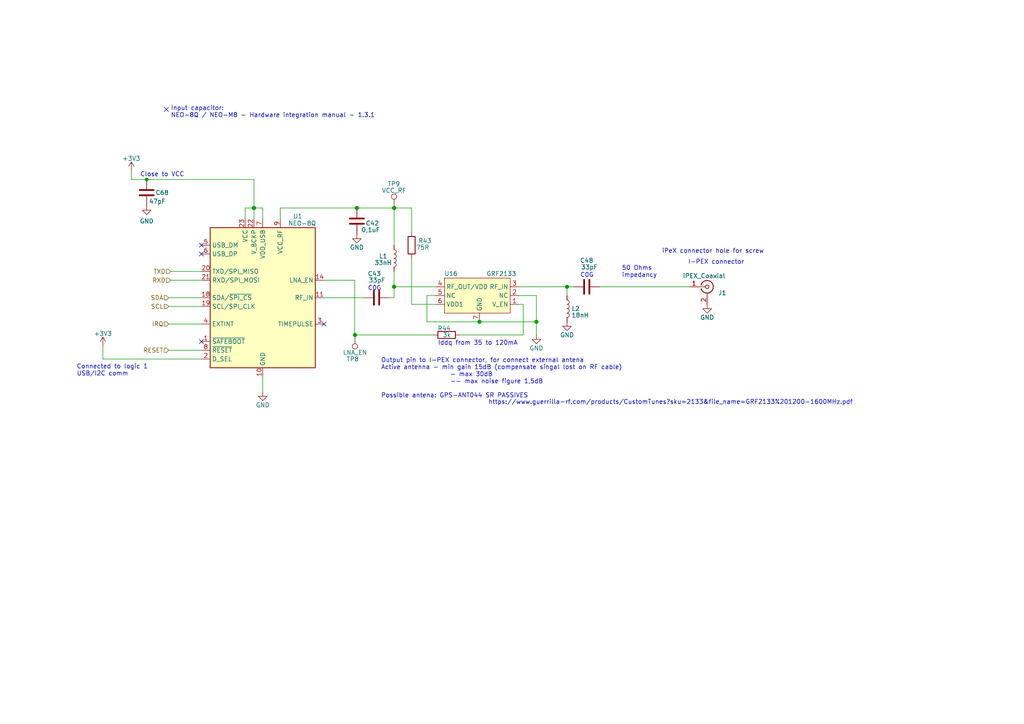
<source format=kicad_sch>
(kicad_sch (version 20211123) (generator eeschema)

  (uuid 8b38e713-2ae3-4571-a0a2-528b1d1f5431)

  (paper "A4")

  (lib_symbols
    (symbol "Connector:Conn_Coaxial" (pin_names (offset 1.016) hide) (in_bom yes) (on_board yes)
      (property "Reference" "J" (id 0) (at 0.254 3.048 0)
        (effects (font (size 1.27 1.27)))
      )
      (property "Value" "Conn_Coaxial" (id 1) (at 2.921 0 90)
        (effects (font (size 1.27 1.27)))
      )
      (property "Footprint" "" (id 2) (at 0 0 0)
        (effects (font (size 1.27 1.27)) hide)
      )
      (property "Datasheet" " ~" (id 3) (at 0 0 0)
        (effects (font (size 1.27 1.27)) hide)
      )
      (property "ki_keywords" "BNC SMA SMB SMC LEMO coaxial connector CINCH RCA" (id 4) (at 0 0 0)
        (effects (font (size 1.27 1.27)) hide)
      )
      (property "ki_description" "coaxial connector (BNC, SMA, SMB, SMC, Cinch/RCA, LEMO, ...)" (id 5) (at 0 0 0)
        (effects (font (size 1.27 1.27)) hide)
      )
      (property "ki_fp_filters" "*BNC* *SMA* *SMB* *SMC* *Cinch* *LEMO*" (id 6) (at 0 0 0)
        (effects (font (size 1.27 1.27)) hide)
      )
      (symbol "Conn_Coaxial_0_1"
        (arc (start -1.778 -0.508) (mid 0.222 -1.808) (end 1.778 0)
          (stroke (width 0.254) (type default) (color 0 0 0 0))
          (fill (type none))
        )
        (polyline
          (pts
            (xy -2.54 0)
            (xy -0.508 0)
          )
          (stroke (width 0) (type default) (color 0 0 0 0))
          (fill (type none))
        )
        (polyline
          (pts
            (xy 0 -2.54)
            (xy 0 -1.778)
          )
          (stroke (width 0) (type default) (color 0 0 0 0))
          (fill (type none))
        )
        (circle (center 0 0) (radius 0.508)
          (stroke (width 0.2032) (type default) (color 0 0 0 0))
          (fill (type none))
        )
        (arc (start 1.778 0) (mid 0.222 1.8083) (end -1.778 0.508)
          (stroke (width 0.254) (type default) (color 0 0 0 0))
          (fill (type none))
        )
      )
      (symbol "Conn_Coaxial_1_1"
        (pin passive line (at -5.08 0 0) (length 2.54)
          (name "In" (effects (font (size 1.27 1.27))))
          (number "1" (effects (font (size 1.27 1.27))))
        )
        (pin passive line (at 0 -5.08 90) (length 2.54)
          (name "Ext" (effects (font (size 1.27 1.27))))
          (number "2" (effects (font (size 1.27 1.27))))
        )
      )
    )
    (symbol "Connector:TestPoint" (pin_numbers hide) (pin_names (offset 0.762) hide) (in_bom yes) (on_board yes)
      (property "Reference" "TP" (id 0) (at 0 6.858 0)
        (effects (font (size 1.27 1.27)))
      )
      (property "Value" "TestPoint" (id 1) (at 0 5.08 0)
        (effects (font (size 1.27 1.27)))
      )
      (property "Footprint" "" (id 2) (at 5.08 0 0)
        (effects (font (size 1.27 1.27)) hide)
      )
      (property "Datasheet" "~" (id 3) (at 5.08 0 0)
        (effects (font (size 1.27 1.27)) hide)
      )
      (property "ki_keywords" "test point tp" (id 4) (at 0 0 0)
        (effects (font (size 1.27 1.27)) hide)
      )
      (property "ki_description" "test point" (id 5) (at 0 0 0)
        (effects (font (size 1.27 1.27)) hide)
      )
      (property "ki_fp_filters" "Pin* Test*" (id 6) (at 0 0 0)
        (effects (font (size 1.27 1.27)) hide)
      )
      (symbol "TestPoint_0_1"
        (circle (center 0 3.302) (radius 0.762)
          (stroke (width 0) (type default) (color 0 0 0 0))
          (fill (type none))
        )
      )
      (symbol "TestPoint_1_1"
        (pin passive line (at 0 0 90) (length 2.54)
          (name "1" (effects (font (size 1.27 1.27))))
          (number "1" (effects (font (size 1.27 1.27))))
        )
      )
    )
    (symbol "Device:C" (pin_numbers hide) (pin_names (offset 0.254)) (in_bom yes) (on_board yes)
      (property "Reference" "C" (id 0) (at 0.635 2.54 0)
        (effects (font (size 1.27 1.27)) (justify left))
      )
      (property "Value" "C" (id 1) (at 0.635 -2.54 0)
        (effects (font (size 1.27 1.27)) (justify left))
      )
      (property "Footprint" "" (id 2) (at 0.9652 -3.81 0)
        (effects (font (size 1.27 1.27)) hide)
      )
      (property "Datasheet" "~" (id 3) (at 0 0 0)
        (effects (font (size 1.27 1.27)) hide)
      )
      (property "ki_keywords" "cap capacitor" (id 4) (at 0 0 0)
        (effects (font (size 1.27 1.27)) hide)
      )
      (property "ki_description" "Unpolarized capacitor" (id 5) (at 0 0 0)
        (effects (font (size 1.27 1.27)) hide)
      )
      (property "ki_fp_filters" "C_*" (id 6) (at 0 0 0)
        (effects (font (size 1.27 1.27)) hide)
      )
      (symbol "C_0_1"
        (polyline
          (pts
            (xy -2.032 -0.762)
            (xy 2.032 -0.762)
          )
          (stroke (width 0.508) (type default) (color 0 0 0 0))
          (fill (type none))
        )
        (polyline
          (pts
            (xy -2.032 0.762)
            (xy 2.032 0.762)
          )
          (stroke (width 0.508) (type default) (color 0 0 0 0))
          (fill (type none))
        )
      )
      (symbol "C_1_1"
        (pin passive line (at 0 3.81 270) (length 2.794)
          (name "~" (effects (font (size 1.27 1.27))))
          (number "1" (effects (font (size 1.27 1.27))))
        )
        (pin passive line (at 0 -3.81 90) (length 2.794)
          (name "~" (effects (font (size 1.27 1.27))))
          (number "2" (effects (font (size 1.27 1.27))))
        )
      )
    )
    (symbol "Device:L" (pin_numbers hide) (pin_names (offset 1.016) hide) (in_bom yes) (on_board yes)
      (property "Reference" "L" (id 0) (at -1.27 0 90)
        (effects (font (size 1.27 1.27)))
      )
      (property "Value" "L" (id 1) (at 1.905 0 90)
        (effects (font (size 1.27 1.27)))
      )
      (property "Footprint" "" (id 2) (at 0 0 0)
        (effects (font (size 1.27 1.27)) hide)
      )
      (property "Datasheet" "~" (id 3) (at 0 0 0)
        (effects (font (size 1.27 1.27)) hide)
      )
      (property "ki_keywords" "inductor choke coil reactor magnetic" (id 4) (at 0 0 0)
        (effects (font (size 1.27 1.27)) hide)
      )
      (property "ki_description" "Inductor" (id 5) (at 0 0 0)
        (effects (font (size 1.27 1.27)) hide)
      )
      (property "ki_fp_filters" "Choke_* *Coil* Inductor_* L_*" (id 6) (at 0 0 0)
        (effects (font (size 1.27 1.27)) hide)
      )
      (symbol "L_0_1"
        (arc (start 0 -2.54) (mid 0.635 -1.905) (end 0 -1.27)
          (stroke (width 0) (type default) (color 0 0 0 0))
          (fill (type none))
        )
        (arc (start 0 -1.27) (mid 0.635 -0.635) (end 0 0)
          (stroke (width 0) (type default) (color 0 0 0 0))
          (fill (type none))
        )
        (arc (start 0 0) (mid 0.635 0.635) (end 0 1.27)
          (stroke (width 0) (type default) (color 0 0 0 0))
          (fill (type none))
        )
        (arc (start 0 1.27) (mid 0.635 1.905) (end 0 2.54)
          (stroke (width 0) (type default) (color 0 0 0 0))
          (fill (type none))
        )
      )
      (symbol "L_1_1"
        (pin passive line (at 0 3.81 270) (length 1.27)
          (name "1" (effects (font (size 1.27 1.27))))
          (number "1" (effects (font (size 1.27 1.27))))
        )
        (pin passive line (at 0 -3.81 90) (length 1.27)
          (name "2" (effects (font (size 1.27 1.27))))
          (number "2" (effects (font (size 1.27 1.27))))
        )
      )
    )
    (symbol "Device:R" (pin_numbers hide) (pin_names (offset 0)) (in_bom yes) (on_board yes)
      (property "Reference" "R" (id 0) (at 2.032 0 90)
        (effects (font (size 1.27 1.27)))
      )
      (property "Value" "R" (id 1) (at 0 0 90)
        (effects (font (size 1.27 1.27)))
      )
      (property "Footprint" "" (id 2) (at -1.778 0 90)
        (effects (font (size 1.27 1.27)) hide)
      )
      (property "Datasheet" "~" (id 3) (at 0 0 0)
        (effects (font (size 1.27 1.27)) hide)
      )
      (property "ki_keywords" "R res resistor" (id 4) (at 0 0 0)
        (effects (font (size 1.27 1.27)) hide)
      )
      (property "ki_description" "Resistor" (id 5) (at 0 0 0)
        (effects (font (size 1.27 1.27)) hide)
      )
      (property "ki_fp_filters" "R_*" (id 6) (at 0 0 0)
        (effects (font (size 1.27 1.27)) hide)
      )
      (symbol "R_0_1"
        (rectangle (start -1.016 -2.54) (end 1.016 2.54)
          (stroke (width 0.254) (type default) (color 0 0 0 0))
          (fill (type none))
        )
      )
      (symbol "R_1_1"
        (pin passive line (at 0 3.81 270) (length 1.27)
          (name "~" (effects (font (size 1.27 1.27))))
          (number "1" (effects (font (size 1.27 1.27))))
        )
        (pin passive line (at 0 -3.81 90) (length 1.27)
          (name "~" (effects (font (size 1.27 1.27))))
          (number "2" (effects (font (size 1.27 1.27))))
        )
      )
    )
    (symbol "RF_GPS:NEO-8Q" (in_bom yes) (on_board yes)
      (property "Reference" "U" (id 0) (at -13.97 21.59 0)
        (effects (font (size 1.27 1.27)))
      )
      (property "Value" "NEO-8Q" (id 1) (at 11.43 21.59 0)
        (effects (font (size 1.27 1.27)))
      )
      (property "Footprint" "RF_GPS:ublox_NEO" (id 2) (at 10.16 -21.59 0)
        (effects (font (size 1.27 1.27)) hide)
      )
      (property "Datasheet" "https://www.u-blox.com/sites/default/files/NEO-8Q_DataSheet_%28UBX-15031913%29.pdf" (id 3) (at 0 0 0)
        (effects (font (size 1.27 1.27)) hide)
      )
      (property "ki_keywords" "ublox GPS GNSS module" (id 4) (at 0 0 0)
        (effects (font (size 1.27 1.27)) hide)
      )
      (property "ki_description" "GNSS Module NEO 8, VCC 1.65V to 3.6V" (id 5) (at 0 0 0)
        (effects (font (size 1.27 1.27)) hide)
      )
      (property "ki_fp_filters" "ublox*NEO*" (id 6) (at 0 0 0)
        (effects (font (size 1.27 1.27)) hide)
      )
      (symbol "NEO-8Q_0_1"
        (rectangle (start -15.24 20.32) (end 15.24 -20.32)
          (stroke (width 0.254) (type default) (color 0 0 0 0))
          (fill (type background))
        )
      )
      (symbol "NEO-8Q_1_1"
        (pin input line (at -17.78 -12.7 0) (length 2.54)
          (name "~{SAFEBOOT}" (effects (font (size 1.27 1.27))))
          (number "1" (effects (font (size 1.27 1.27))))
        )
        (pin power_in line (at 0 -22.86 90) (length 2.54)
          (name "GND" (effects (font (size 1.27 1.27))))
          (number "10" (effects (font (size 1.27 1.27))))
        )
        (pin input line (at 17.78 0 180) (length 2.54)
          (name "RF_IN" (effects (font (size 1.27 1.27))))
          (number "11" (effects (font (size 1.27 1.27))))
        )
        (pin passive line (at 0 -22.86 90) (length 2.54) hide
          (name "GND" (effects (font (size 1.27 1.27))))
          (number "12" (effects (font (size 1.27 1.27))))
        )
        (pin passive line (at 0 -22.86 90) (length 2.54) hide
          (name "GND" (effects (font (size 1.27 1.27))))
          (number "13" (effects (font (size 1.27 1.27))))
        )
        (pin output line (at 17.78 5.08 180) (length 2.54)
          (name "LNA_EN" (effects (font (size 1.27 1.27))))
          (number "14" (effects (font (size 1.27 1.27))))
        )
        (pin no_connect line (at 15.24 -10.16 180) (length 2.54) hide
          (name "RESERVED" (effects (font (size 1.27 1.27))))
          (number "15" (effects (font (size 1.27 1.27))))
        )
        (pin no_connect line (at 15.24 -12.7 180) (length 2.54) hide
          (name "RESERVED" (effects (font (size 1.27 1.27))))
          (number "16" (effects (font (size 1.27 1.27))))
        )
        (pin no_connect line (at 15.24 -15.24 180) (length 2.54) hide
          (name "RESERVED" (effects (font (size 1.27 1.27))))
          (number "17" (effects (font (size 1.27 1.27))))
        )
        (pin bidirectional line (at -17.78 0 0) (length 2.54)
          (name "SDA/~{SPI_CS}" (effects (font (size 1.27 1.27))))
          (number "18" (effects (font (size 1.27 1.27))))
        )
        (pin input line (at -17.78 -2.54 0) (length 2.54)
          (name "SCL/SPI_CLK" (effects (font (size 1.27 1.27))))
          (number "19" (effects (font (size 1.27 1.27))))
        )
        (pin input line (at -17.78 -17.78 0) (length 2.54)
          (name "D_SEL" (effects (font (size 1.27 1.27))))
          (number "2" (effects (font (size 1.27 1.27))))
        )
        (pin output line (at -17.78 7.62 0) (length 2.54)
          (name "TXD/SPI_MISO" (effects (font (size 1.27 1.27))))
          (number "20" (effects (font (size 1.27 1.27))))
        )
        (pin input line (at -17.78 5.08 0) (length 2.54)
          (name "RXD/SPI_MOSI" (effects (font (size 1.27 1.27))))
          (number "21" (effects (font (size 1.27 1.27))))
        )
        (pin power_in line (at -2.54 22.86 270) (length 2.54)
          (name "V_BCKP" (effects (font (size 1.27 1.27))))
          (number "22" (effects (font (size 1.27 1.27))))
        )
        (pin power_in line (at -5.08 22.86 270) (length 2.54)
          (name "VCC" (effects (font (size 1.27 1.27))))
          (number "23" (effects (font (size 1.27 1.27))))
        )
        (pin passive line (at 0 -22.86 90) (length 2.54) hide
          (name "GND" (effects (font (size 1.27 1.27))))
          (number "24" (effects (font (size 1.27 1.27))))
        )
        (pin output line (at 17.78 -7.62 180) (length 2.54)
          (name "TIMEPULSE" (effects (font (size 1.27 1.27))))
          (number "3" (effects (font (size 1.27 1.27))))
        )
        (pin input line (at -17.78 -7.62 0) (length 2.54)
          (name "EXTINT" (effects (font (size 1.27 1.27))))
          (number "4" (effects (font (size 1.27 1.27))))
        )
        (pin bidirectional line (at -17.78 15.24 0) (length 2.54)
          (name "USB_DM" (effects (font (size 1.27 1.27))))
          (number "5" (effects (font (size 1.27 1.27))))
        )
        (pin bidirectional line (at -17.78 12.7 0) (length 2.54)
          (name "USB_DP" (effects (font (size 1.27 1.27))))
          (number "6" (effects (font (size 1.27 1.27))))
        )
        (pin power_in line (at 0 22.86 270) (length 2.54)
          (name "VDD_USB" (effects (font (size 1.27 1.27))))
          (number "7" (effects (font (size 1.27 1.27))))
        )
        (pin input line (at -17.78 -15.24 0) (length 2.54)
          (name "~{RESET}" (effects (font (size 1.27 1.27))))
          (number "8" (effects (font (size 1.27 1.27))))
        )
        (pin power_out line (at 5.08 22.86 270) (length 2.54)
          (name "VCC_RF" (effects (font (size 1.27 1.27))))
          (number "9" (effects (font (size 1.27 1.27))))
        )
      )
    )
    (symbol "comm:GRF2133" (in_bom yes) (on_board yes)
      (property "Reference" "U" (id 0) (at 0 2.54 0)
        (effects (font (size 1.27 1.27)))
      )
      (property "Value" "GRF2133" (id 1) (at 0 0 0)
        (effects (font (size 1.27 1.27)))
      )
      (property "Footprint" "" (id 2) (at -5.08 1.27 0)
        (effects (font (size 1.27 1.27)) hide)
      )
      (property "Datasheet" "" (id 3) (at -5.08 1.27 0)
        (effects (font (size 1.27 1.27)) hide)
      )
      (symbol "GRF2133_0_1"
        (rectangle (start -10.16 -1.27) (end 8.89 -11.43)
          (stroke (width 0.1524) (type default) (color 0 0 0 0))
          (fill (type background))
        )
      )
      (symbol "GRF2133_1_1"
        (pin input line (at 11.43 -8.89 180) (length 2.54)
          (name "V_EN" (effects (font (size 1.27 1.27))))
          (number "1" (effects (font (size 1.27 1.27))))
        )
        (pin input line (at 11.43 -6.35 180) (length 2.54)
          (name "NC" (effects (font (size 1.27 1.27))))
          (number "2" (effects (font (size 1.27 1.27))))
        )
        (pin input line (at 11.43 -3.81 180) (length 2.54)
          (name "RF_IN" (effects (font (size 1.27 1.27))))
          (number "3" (effects (font (size 1.27 1.27))))
        )
        (pin input line (at -12.7 -3.81 0) (length 2.54)
          (name "RF_OUT/VDD" (effects (font (size 1.27 1.27))))
          (number "4" (effects (font (size 1.27 1.27))))
        )
        (pin input line (at -12.7 -6.35 0) (length 2.54)
          (name "NC" (effects (font (size 1.27 1.27))))
          (number "5" (effects (font (size 1.27 1.27))))
        )
        (pin input line (at -12.7 -8.89 0) (length 2.54)
          (name "VDD1" (effects (font (size 1.27 1.27))))
          (number "6" (effects (font (size 1.27 1.27))))
        )
        (pin input line (at 0 -13.97 90) (length 2.54)
          (name "GND" (effects (font (size 1.27 1.27))))
          (number "7" (effects (font (size 1.27 1.27))))
        )
      )
    )
    (symbol "power:+3V3" (power) (pin_names (offset 0)) (in_bom yes) (on_board yes)
      (property "Reference" "#PWR" (id 0) (at 0 -3.81 0)
        (effects (font (size 1.27 1.27)) hide)
      )
      (property "Value" "+3V3" (id 1) (at 0 3.556 0)
        (effects (font (size 1.27 1.27)))
      )
      (property "Footprint" "" (id 2) (at 0 0 0)
        (effects (font (size 1.27 1.27)) hide)
      )
      (property "Datasheet" "" (id 3) (at 0 0 0)
        (effects (font (size 1.27 1.27)) hide)
      )
      (property "ki_keywords" "power-flag" (id 4) (at 0 0 0)
        (effects (font (size 1.27 1.27)) hide)
      )
      (property "ki_description" "Power symbol creates a global label with name \"+3V3\"" (id 5) (at 0 0 0)
        (effects (font (size 1.27 1.27)) hide)
      )
      (symbol "+3V3_0_1"
        (polyline
          (pts
            (xy -0.762 1.27)
            (xy 0 2.54)
          )
          (stroke (width 0) (type default) (color 0 0 0 0))
          (fill (type none))
        )
        (polyline
          (pts
            (xy 0 0)
            (xy 0 2.54)
          )
          (stroke (width 0) (type default) (color 0 0 0 0))
          (fill (type none))
        )
        (polyline
          (pts
            (xy 0 2.54)
            (xy 0.762 1.27)
          )
          (stroke (width 0) (type default) (color 0 0 0 0))
          (fill (type none))
        )
      )
      (symbol "+3V3_1_1"
        (pin power_in line (at 0 0 90) (length 0) hide
          (name "+3V3" (effects (font (size 1.27 1.27))))
          (number "1" (effects (font (size 1.27 1.27))))
        )
      )
    )
    (symbol "power:GND" (power) (pin_names (offset 0)) (in_bom yes) (on_board yes)
      (property "Reference" "#PWR" (id 0) (at 0 -6.35 0)
        (effects (font (size 1.27 1.27)) hide)
      )
      (property "Value" "GND" (id 1) (at 0 -3.81 0)
        (effects (font (size 1.27 1.27)))
      )
      (property "Footprint" "" (id 2) (at 0 0 0)
        (effects (font (size 1.27 1.27)) hide)
      )
      (property "Datasheet" "" (id 3) (at 0 0 0)
        (effects (font (size 1.27 1.27)) hide)
      )
      (property "ki_keywords" "power-flag" (id 4) (at 0 0 0)
        (effects (font (size 1.27 1.27)) hide)
      )
      (property "ki_description" "Power symbol creates a global label with name \"GND\" , ground" (id 5) (at 0 0 0)
        (effects (font (size 1.27 1.27)) hide)
      )
      (symbol "GND_0_1"
        (polyline
          (pts
            (xy 0 0)
            (xy 0 -1.27)
            (xy 1.27 -1.27)
            (xy 0 -2.54)
            (xy -1.27 -1.27)
            (xy 0 -1.27)
          )
          (stroke (width 0) (type default) (color 0 0 0 0))
          (fill (type none))
        )
      )
      (symbol "GND_1_1"
        (pin power_in line (at 0 0 270) (length 0) hide
          (name "GND" (effects (font (size 1.27 1.27))))
          (number "1" (effects (font (size 1.27 1.27))))
        )
      )
    )
  )

  (junction (at 155.575 93.345) (diameter 1.016) (color 0 0 0 0)
    (uuid 0520f61d-4522-4301-a3fa-8ed0bf060f69)
  )
  (junction (at 42.545 52.07) (diameter 0) (color 0 0 0 0)
    (uuid 0b9b133b-b5fe-490e-8b39-775963926a93)
  )
  (junction (at 103.505 60.325) (diameter 1.016) (color 0 0 0 0)
    (uuid 143ed874-a01f-4ced-ba4e-bbb66ddd1f70)
  )
  (junction (at 139.065 93.345) (diameter 1.016) (color 0 0 0 0)
    (uuid 411d4270-c66c-4318-b7fb-1470d34862b8)
  )
  (junction (at 102.9601 97.155) (diameter 1.016) (color 0 0 0 0)
    (uuid 71f92193-19b0-44ed-bc7f-77535083d769)
  )
  (junction (at 114.3 60.325) (diameter 1.016) (color 0 0 0 0)
    (uuid 795e68e2-c9ba-45cf-9bff-89b8fae05b5a)
  )
  (junction (at 114.3 83.185) (diameter 1.016) (color 0 0 0 0)
    (uuid 8fcec304-c6b1-4655-8326-beacd0476953)
  )
  (junction (at 164.465 83.185) (diameter 1.016) (color 0 0 0 0)
    (uuid c8b92953-cd23-44e6-85ce-083fb8c3f20f)
  )
  (junction (at 73.66 60.325) (diameter 1.016) (color 0 0 0 0)
    (uuid fd3499d5-6fd2-49a4-bdb0-109cee899fde)
  )

  (no_connect (at 48.26 31.75) (uuid 278404e7-6b39-4036-b69f-2f2a299ca7d0))
  (no_connect (at 58.42 99.06) (uuid 4009b76d-4e12-41c2-8abc-3c909f129ef1))
  (no_connect (at 93.98 93.98) (uuid 640c81af-5b52-4930-825d-dea52c971932))
  (no_connect (at 58.42 71.12) (uuid 85201180-d2ed-4b0d-81b0-9e79da370ca6))
  (no_connect (at 58.42 73.66) (uuid 85201180-d2ed-4b0d-81b0-9e79da370ca7))

  (wire (pts (xy 150.495 83.185) (xy 164.465 83.185))
    (stroke (width 0) (type solid) (color 0 0 0 0))
    (uuid 01be50a9-1c3a-4f58-b3cc-a877c48e9664)
  )
  (wire (pts (xy 164.465 83.185) (xy 164.465 85.725))
    (stroke (width 0) (type solid) (color 0 0 0 0))
    (uuid 01be50a9-1c3a-4f58-b3cc-a877c48e9665)
  )
  (wire (pts (xy 29.845 100.33) (xy 29.845 104.14))
    (stroke (width 0) (type solid) (color 0 0 0 0))
    (uuid 09e322ad-5f43-4b76-8f66-ce95369f2a6e)
  )
  (wire (pts (xy 48.895 101.6) (xy 58.42 101.6))
    (stroke (width 0) (type solid) (color 0 0 0 0))
    (uuid 0d1c9ec4-0f70-4131-a0ee-a4f1f87d74f6)
  )
  (wire (pts (xy 76.2 109.22) (xy 76.2 113.665))
    (stroke (width 0) (type solid) (color 0 0 0 0))
    (uuid 109800b1-b5e0-4743-8d22-e246de803e33)
  )
  (wire (pts (xy 119.38 74.93) (xy 119.38 88.265))
    (stroke (width 0) (type solid) (color 0 0 0 0))
    (uuid 1767bbb8-fc31-4c9d-9912-9e04fa030345)
  )
  (wire (pts (xy 119.38 67.31) (xy 119.38 60.325))
    (stroke (width 0) (type solid) (color 0 0 0 0))
    (uuid 257e144c-abfa-4265-94a8-588250914cf1)
  )
  (wire (pts (xy 126.365 85.725) (xy 123.825 85.725))
    (stroke (width 0) (type solid) (color 0 0 0 0))
    (uuid 27abbe3a-0c28-45c9-a944-7532695fb377)
  )
  (wire (pts (xy 93.98 86.36) (xy 105.41 86.36))
    (stroke (width 0) (type solid) (color 0 0 0 0))
    (uuid 31c7be3c-5051-449e-ac03-f8e8d9bce0e4)
  )
  (wire (pts (xy 102.87 97.155) (xy 102.9601 97.155))
    (stroke (width 0) (type solid) (color 0 0 0 0))
    (uuid 3784599c-c4b1-4b8d-af53-1e1ff580c87c)
  )
  (wire (pts (xy 102.9601 97.155) (xy 125.73 97.155))
    (stroke (width 0) (type solid) (color 0 0 0 0))
    (uuid 3784599c-c4b1-4b8d-af53-1e1ff580c87d)
  )
  (wire (pts (xy 48.895 88.9) (xy 58.42 88.9))
    (stroke (width 0) (type solid) (color 0 0 0 0))
    (uuid 4084926f-4258-4973-ad0e-0c5c93e18a30)
  )
  (wire (pts (xy 114.3 78.74) (xy 114.3 83.185))
    (stroke (width 0) (type solid) (color 0 0 0 0))
    (uuid 4746896d-066b-40b2-8f53-52e34fb2a171)
  )
  (wire (pts (xy 48.895 86.36) (xy 58.42 86.36))
    (stroke (width 0) (type solid) (color 0 0 0 0))
    (uuid 5251a5b4-b539-4b4e-b018-161b8beafed2)
  )
  (wire (pts (xy 123.825 85.725) (xy 123.825 93.345))
    (stroke (width 0) (type solid) (color 0 0 0 0))
    (uuid 5d983481-0c8c-4bbb-b76b-26a71bf74766)
  )
  (wire (pts (xy 123.825 93.345) (xy 139.065 93.345))
    (stroke (width 0) (type solid) (color 0 0 0 0))
    (uuid 5d983481-0c8c-4bbb-b76b-26a71bf74767)
  )
  (wire (pts (xy 139.065 93.345) (xy 155.575 93.345))
    (stroke (width 0) (type solid) (color 0 0 0 0))
    (uuid 5d983481-0c8c-4bbb-b76b-26a71bf74768)
  )
  (wire (pts (xy 173.99 83.185) (xy 200.025 83.185))
    (stroke (width 0) (type solid) (color 0 0 0 0))
    (uuid 62c67aba-53d3-47a5-9e95-9ec6c9bd78e8)
  )
  (wire (pts (xy 114.3 60.325) (xy 114.3 71.12))
    (stroke (width 0) (type solid) (color 0 0 0 0))
    (uuid 8573afa9-ec3e-44a5-b84b-5883f3cdbf79)
  )
  (wire (pts (xy 48.895 93.98) (xy 58.42 93.98))
    (stroke (width 0) (type solid) (color 0 0 0 0))
    (uuid 8858a9fe-8549-4ef9-88bb-49db4bff91ef)
  )
  (wire (pts (xy 29.845 104.14) (xy 58.42 104.14))
    (stroke (width 0) (type solid) (color 0 0 0 0))
    (uuid 8b91a71a-a3ba-4252-b2f5-9f4031caa8c6)
  )
  (wire (pts (xy 164.465 83.185) (xy 166.37 83.185))
    (stroke (width 0) (type solid) (color 0 0 0 0))
    (uuid 91757bfe-b2bf-4bbd-8dd3-9be1d9fa33f6)
  )
  (wire (pts (xy 133.35 97.155) (xy 151.765 97.155))
    (stroke (width 0) (type solid) (color 0 0 0 0))
    (uuid 9627691b-ef9d-4979-b816-86baf4bc8a68)
  )
  (wire (pts (xy 113.03 86.36) (xy 114.3 86.36))
    (stroke (width 0) (type solid) (color 0 0 0 0))
    (uuid 9e37724f-2172-4f41-9df5-c1cdbf10847a)
  )
  (wire (pts (xy 114.3 83.185) (xy 126.365 83.185))
    (stroke (width 0) (type solid) (color 0 0 0 0))
    (uuid 9e37724f-2172-4f41-9df5-c1cdbf10847b)
  )
  (wire (pts (xy 114.3 86.36) (xy 114.3 83.185))
    (stroke (width 0) (type solid) (color 0 0 0 0))
    (uuid 9e37724f-2172-4f41-9df5-c1cdbf10847c)
  )
  (wire (pts (xy 76.2 60.325) (xy 73.66 60.325))
    (stroke (width 0) (type solid) (color 0 0 0 0))
    (uuid a02bd23e-7b47-4517-b433-4fae3ea5cf01)
  )
  (wire (pts (xy 76.2 63.5) (xy 76.2 60.325))
    (stroke (width 0) (type solid) (color 0 0 0 0))
    (uuid a02bd23e-7b47-4517-b433-4fae3ea5cf02)
  )
  (wire (pts (xy 93.98 81.28) (xy 102.87 81.28))
    (stroke (width 0) (type solid) (color 0 0 0 0))
    (uuid a68ab12f-21ab-4b98-8655-04c3a521afcb)
  )
  (wire (pts (xy 102.87 81.28) (xy 102.87 97.155))
    (stroke (width 0) (type solid) (color 0 0 0 0))
    (uuid a68ab12f-21ab-4b98-8655-04c3a521afcc)
  )
  (wire (pts (xy 73.66 52.07) (xy 73.66 60.325))
    (stroke (width 0) (type solid) (color 0 0 0 0))
    (uuid abc7dc28-f731-46e5-a7aa-6dd6f932bdf5)
  )
  (wire (pts (xy 150.495 85.725) (xy 155.575 85.725))
    (stroke (width 0) (type solid) (color 0 0 0 0))
    (uuid ac64c30b-286e-44ae-9150-827dae77a52f)
  )
  (wire (pts (xy 155.575 85.725) (xy 155.575 93.345))
    (stroke (width 0) (type solid) (color 0 0 0 0))
    (uuid ac64c30b-286e-44ae-9150-827dae77a530)
  )
  (wire (pts (xy 155.575 93.345) (xy 155.575 97.155))
    (stroke (width 0) (type solid) (color 0 0 0 0))
    (uuid ac64c30b-286e-44ae-9150-827dae77a531)
  )
  (wire (pts (xy 49.53 81.28) (xy 58.42 81.28))
    (stroke (width 0) (type solid) (color 0 0 0 0))
    (uuid ba04f105-0e60-4ac9-bff5-6cb4b45bffa4)
  )
  (wire (pts (xy 150.495 88.265) (xy 151.765 88.265))
    (stroke (width 0) (type solid) (color 0 0 0 0))
    (uuid ba4fc2a8-2822-4df7-a7ea-e7ad6dd111f8)
  )
  (wire (pts (xy 151.765 88.265) (xy 151.765 97.155))
    (stroke (width 0) (type solid) (color 0 0 0 0))
    (uuid ba4fc2a8-2822-4df7-a7ea-e7ad6dd111f9)
  )
  (wire (pts (xy 73.66 60.325) (xy 73.66 63.5))
    (stroke (width 0) (type solid) (color 0 0 0 0))
    (uuid bbf7da76-e33f-43b1-9a67-7043aa182473)
  )
  (wire (pts (xy 38.1 49.53) (xy 38.1 52.07))
    (stroke (width 0) (type default) (color 0 0 0 0))
    (uuid c47f7d0d-e998-4cf3-8722-c71d314eb685)
  )
  (wire (pts (xy 49.53 78.74) (xy 58.42 78.74))
    (stroke (width 0) (type solid) (color 0 0 0 0))
    (uuid c9b79fc2-7829-436d-bcdd-8c484f9f29bb)
  )
  (wire (pts (xy 119.38 88.265) (xy 126.365 88.265))
    (stroke (width 0) (type solid) (color 0 0 0 0))
    (uuid cf8f39ac-6300-4a6f-9d7a-9535d28f4f59)
  )
  (wire (pts (xy 38.1 52.07) (xy 42.545 52.07))
    (stroke (width 0) (type default) (color 0 0 0 0))
    (uuid def5a47c-8928-4cf7-9fa2-ceab2b7817a6)
  )
  (wire (pts (xy 42.545 52.07) (xy 73.66 52.07))
    (stroke (width 0) (type default) (color 0 0 0 0))
    (uuid e2ea097b-b9a0-46aa-8521-578a7c0b572c)
  )
  (wire (pts (xy 81.28 60.325) (xy 103.505 60.325))
    (stroke (width 0) (type solid) (color 0 0 0 0))
    (uuid f20eeacf-abb7-434a-a24f-b7aac6ea2903)
  )
  (wire (pts (xy 81.28 63.5) (xy 81.28 60.325))
    (stroke (width 0) (type solid) (color 0 0 0 0))
    (uuid f20eeacf-abb7-434a-a24f-b7aac6ea2904)
  )
  (wire (pts (xy 103.505 60.325) (xy 114.3 60.325))
    (stroke (width 0) (type solid) (color 0 0 0 0))
    (uuid f20eeacf-abb7-434a-a24f-b7aac6ea2905)
  )
  (wire (pts (xy 114.3 60.325) (xy 119.38 60.325))
    (stroke (width 0) (type solid) (color 0 0 0 0))
    (uuid f20eeacf-abb7-434a-a24f-b7aac6ea2906)
  )
  (wire (pts (xy 71.12 60.325) (xy 73.66 60.325))
    (stroke (width 0) (type solid) (color 0 0 0 0))
    (uuid fccd4a8f-3137-4bb9-8889-b2aa4118e340)
  )
  (wire (pts (xy 71.12 63.5) (xy 71.12 60.325))
    (stroke (width 0) (type solid) (color 0 0 0 0))
    (uuid fccd4a8f-3137-4bb9-8889-b2aa4118e341)
  )

  (text "C0G" (at 168.275 80.645 0)
    (effects (font (size 1.27 1.27)) (justify left bottom))
    (uuid 1c9d9621-d4fa-4f02-9cc1-7cdc463d54a9)
  )
  (text "Input capacitor:\nNEO-8Q / NEO-M8 - Hardware integration manual - 1.3.1"
    (at 49.53 34.29 0)
    (effects (font (size 1.27 1.27)) (justify left bottom))
    (uuid 5bd44484-613f-49f6-87d1-1db66919d72f)
  )
  (text "Close to VCC\n" (at 40.64 51.435 0)
    (effects (font (size 1.27 1.27)) (justify left bottom))
    (uuid 64be834d-bdda-477a-95fc-3f098592acb4)
  )
  (text "C0G" (at 106.68 84.455 0)
    (effects (font (size 1.27 1.27)) (justify left bottom))
    (uuid 67889be4-7baf-49df-bff8-2abd4cf5c75e)
  )
  (text "50 Ohms\nimpedancy\n" (at 180.34 80.645 0)
    (effects (font (size 1.27 1.27)) (justify left bottom))
    (uuid 861e6205-addf-4fa2-831f-5de3069d0f43)
  )
  (text "Iddq from 35 to 120mA" (at 127 100.33 0)
    (effects (font (size 1.27 1.27)) (justify left bottom))
    (uuid a085bfcb-e4e0-4cb6-9424-1b40a095a96a)
  )
  (text "I-PEX connector\n" (at 215.9 76.835 180)
    (effects (font (size 1.27 1.27)) (justify right bottom))
    (uuid a5e6a0c1-6542-486e-95ed-3b8d5ede2b07)
  )
  (text "Output pin to I-PEX connector, for connect external antena\nActive antenna - min gain 15dB (compensate singal lost on RF cable)\n				- max 30dB\n				-- max noise figure 1,5dB\n\nPossible antena: GPS-ANT044 SR PASSIVES\n"
    (at 110.49 115.57 0)
    (effects (font (size 1.27 1.27)) (justify left bottom))
    (uuid b3c80aaa-750a-42e8-8e77-42bbb6cef22c)
  )
  (text "https://www.guerrilla-rf.com/products/CustomTunes?sku=2133&file_name=GRF2133%201200-1600MHz.pdf"
    (at 141.605 117.475 0)
    (effects (font (size 1.27 1.27)) (justify left bottom))
    (uuid c1db7845-d2a2-4cae-8064-07df05a18d2b)
  )
  (text "iPeX connector hole for screw\n" (at 221.615 73.66 180)
    (effects (font (size 1.27 1.27)) (justify right bottom))
    (uuid c3180c14-d933-43a4-a189-4f33bcc287c2)
  )
  (text "Connected to logic 1 \nUSB/I2C comm\n" (at 22.225 109.22 0)
    (effects (font (size 1.27 1.27)) (justify left bottom))
    (uuid cdf36631-0b51-4d27-94ca-d6a112c60208)
  )

  (hierarchical_label "SCL" (shape input) (at 48.895 88.9 180)
    (effects (font (size 1.27 1.27)) (justify right))
    (uuid 0038fc9c-adb7-480f-a3b0-d335966c7de8)
  )
  (hierarchical_label "SDA" (shape input) (at 48.895 86.36 180)
    (effects (font (size 1.27 1.27)) (justify right))
    (uuid 28288a5a-c749-4593-bff9-9b21e95e73dd)
  )
  (hierarchical_label "TXD" (shape input) (at 49.53 78.74 180)
    (effects (font (size 1.27 1.27)) (justify right))
    (uuid 77325409-927e-4816-8b14-d0d27926febb)
  )
  (hierarchical_label "IRQ" (shape input) (at 48.895 93.98 180)
    (effects (font (size 1.27 1.27)) (justify right))
    (uuid 9e5a965b-eb8a-46fb-8cc3-3c71df006882)
  )
  (hierarchical_label "RESET" (shape input) (at 48.895 101.6 180)
    (effects (font (size 1.27 1.27)) (justify right))
    (uuid c6baae81-9c26-4ac1-9a81-4d33222cc3bf)
  )
  (hierarchical_label "RXD" (shape input) (at 49.53 81.28 180)
    (effects (font (size 1.27 1.27)) (justify right))
    (uuid f59b0ec7-475f-495d-84b5-c74c61d7d053)
  )

  (symbol (lib_id "power:+3V3") (at 29.845 100.33 0) (unit 1)
    (in_bom yes) (on_board yes)
    (uuid 05ae919a-077d-4ffb-832c-e1f8a90810f5)
    (property "Reference" "#PWR0136" (id 0) (at 29.845 104.14 0)
      (effects (font (size 1.27 1.27)) hide)
    )
    (property "Value" "+3V3" (id 1) (at 29.845 96.774 0))
    (property "Footprint" "" (id 2) (at 29.845 100.33 0)
      (effects (font (size 1.27 1.27)) hide)
    )
    (property "Datasheet" "" (id 3) (at 29.845 100.33 0)
      (effects (font (size 1.27 1.27)) hide)
    )
    (pin "1" (uuid 83b76a64-d33f-4b92-8ebe-94085b063eff))
  )

  (symbol (lib_id "power:GND") (at 103.505 67.945 0) (unit 1)
    (in_bom yes) (on_board yes) (fields_autoplaced)
    (uuid 093298b7-f365-4672-b9bd-53db1775a9c1)
    (property "Reference" "#PWR0151" (id 0) (at 103.505 74.295 0)
      (effects (font (size 1.27 1.27)) hide)
    )
    (property "Value" "GND" (id 1) (at 103.505 71.755 0))
    (property "Footprint" "" (id 2) (at 103.505 67.945 0)
      (effects (font (size 1.27 1.27)) hide)
    )
    (property "Datasheet" "" (id 3) (at 103.505 67.945 0)
      (effects (font (size 1.27 1.27)) hide)
    )
    (pin "1" (uuid 76a8ae94-f9e1-4388-bb2c-d910eb5e0528))
  )

  (symbol (lib_id "power:GND") (at 205.105 88.265 0) (unit 1)
    (in_bom yes) (on_board yes) (fields_autoplaced)
    (uuid 0df7011d-9ffd-442d-96bf-e933d0cb9865)
    (property "Reference" "#PWR0105" (id 0) (at 205.105 94.615 0)
      (effects (font (size 1.27 1.27)) hide)
    )
    (property "Value" "GND" (id 1) (at 205.105 92.075 0))
    (property "Footprint" "" (id 2) (at 205.105 88.265 0)
      (effects (font (size 1.27 1.27)) hide)
    )
    (property "Datasheet" "" (id 3) (at 205.105 88.265 0)
      (effects (font (size 1.27 1.27)) hide)
    )
    (pin "1" (uuid a87c63dd-3d65-4051-a4cc-06e4ccf0a63a))
  )

  (symbol (lib_id "power:GND") (at 42.545 59.69 0) (unit 1)
    (in_bom yes) (on_board yes) (fields_autoplaced)
    (uuid 2145b9b8-5c32-4d79-8adf-320558e14f80)
    (property "Reference" "#PWR012" (id 0) (at 42.545 66.04 0)
      (effects (font (size 1.27 1.27)) hide)
    )
    (property "Value" "GND" (id 1) (at 42.545 64.135 0))
    (property "Footprint" "" (id 2) (at 42.545 59.69 0)
      (effects (font (size 1.27 1.27)) hide)
    )
    (property "Datasheet" "" (id 3) (at 42.545 59.69 0)
      (effects (font (size 1.27 1.27)) hide)
    )
    (pin "1" (uuid a65f4b08-ed17-4666-991e-102dbdbbb7ae))
  )

  (symbol (lib_id "Connector:Conn_Coaxial") (at 205.105 83.185 0) (unit 1)
    (in_bom yes) (on_board yes)
    (uuid 439f32fb-fdd3-42c4-9953-113a7abc87da)
    (property "Reference" "J1" (id 0) (at 208.28 84.9504 0)
      (effects (font (size 1.27 1.27)) (justify left))
    )
    (property "Value" "iPEX_Coaxial" (id 1) (at 204.216 80.01 0))
    (property "Footprint" "" (id 2) (at 205.105 83.185 0)
      (effects (font (size 1.27 1.27)) hide)
    )
    (property "Datasheet" " ~" (id 3) (at 205.105 83.185 0)
      (effects (font (size 1.27 1.27)) hide)
    )
    (pin "1" (uuid 71f1c8b8-c62b-4bd8-9c36-9cf5a576f6f1))
    (pin "2" (uuid 26e9a7fb-dd70-48cd-90ed-d709c8f7e1e3))
  )

  (symbol (lib_id "Device:C") (at 109.22 86.36 90) (unit 1)
    (in_bom yes) (on_board yes)
    (uuid 43cf697c-d158-4d4f-bde0-259d5adf1417)
    (property "Reference" "C43" (id 0) (at 108.585 79.375 90))
    (property "Value" "33pF" (id 1) (at 111.76 81.28 90)
      (effects (font (size 1.27 1.27)) (justify left))
    )
    (property "Footprint" "Capacitor_SMD:C_0603_1608Metric" (id 2) (at 113.03 85.3948 0)
      (effects (font (size 1.27 1.27)) hide)
    )
    (property "Datasheet" "~" (id 3) (at 109.22 86.36 0)
      (effects (font (size 1.27 1.27)) hide)
    )
    (pin "1" (uuid de099d95-b0b7-4856-8c74-9a03c9ab3970))
    (pin "2" (uuid 640027e2-9ef0-4e9c-a891-a2916161d56f))
  )

  (symbol (lib_id "power:GND") (at 164.465 93.345 0) (unit 1)
    (in_bom yes) (on_board yes) (fields_autoplaced)
    (uuid 47fbaae5-a34c-4d0c-961b-7fcc519525cd)
    (property "Reference" "#PWR0150" (id 0) (at 164.465 99.695 0)
      (effects (font (size 1.27 1.27)) hide)
    )
    (property "Value" "GND" (id 1) (at 164.465 97.155 0))
    (property "Footprint" "" (id 2) (at 164.465 93.345 0)
      (effects (font (size 1.27 1.27)) hide)
    )
    (property "Datasheet" "" (id 3) (at 164.465 93.345 0)
      (effects (font (size 1.27 1.27)) hide)
    )
    (pin "1" (uuid 025c3f82-2259-40e1-be78-464134ac03d7))
  )

  (symbol (lib_id "Device:R") (at 129.54 97.155 90) (unit 1)
    (in_bom yes) (on_board yes)
    (uuid 4a050d6d-1e0b-44c6-8860-1eb70aacc9ff)
    (property "Reference" "R44" (id 0) (at 130.8099 95.25 90)
      (effects (font (size 1.27 1.27)) (justify left))
    )
    (property "Value" "3k" (id 1) (at 130.8099 97.155 90)
      (effects (font (size 1.27 1.27)) (justify left))
    )
    (property "Footprint" "Resistor_SMD:R_0603_1608Metric" (id 2) (at 129.54 98.933 90)
      (effects (font (size 1.27 1.27)) hide)
    )
    (property "Datasheet" "~" (id 3) (at 129.54 97.155 0)
      (effects (font (size 1.27 1.27)) hide)
    )
    (pin "1" (uuid 9faee9c1-598e-46de-b7ff-5eeed083b7b1))
    (pin "2" (uuid ded9580e-f0af-400b-829c-c2ebfc0aa8b6))
  )

  (symbol (lib_id "Device:C") (at 42.545 55.88 0) (unit 1)
    (in_bom yes) (on_board yes)
    (uuid 585f7144-38ab-4ce6-a31c-2d2c8507e5dc)
    (property "Reference" "C68" (id 0) (at 45.085 55.88 0)
      (effects (font (size 1.27 1.27)) (justify left))
    )
    (property "Value" "47pF" (id 1) (at 43.18 58.42 0)
      (effects (font (size 1.27 1.27)) (justify left))
    )
    (property "Footprint" "Capacitor_SMD:C_0603_1608Metric" (id 2) (at 43.5102 59.69 0)
      (effects (font (size 1.27 1.27)) hide)
    )
    (property "Datasheet" "~" (id 3) (at 42.545 55.88 0)
      (effects (font (size 1.27 1.27)) hide)
    )
    (pin "1" (uuid 89faa4a6-4a30-45e0-a611-7134081dcd6e))
    (pin "2" (uuid 910308e4-3532-4fb9-84e8-c021b52d1a3e))
  )

  (symbol (lib_id "Device:R") (at 119.38 71.12 0) (unit 1)
    (in_bom yes) (on_board yes)
    (uuid 5f3572f7-fb48-454e-9db0-c275af260895)
    (property "Reference" "R43" (id 0) (at 121.285 69.8499 0)
      (effects (font (size 1.27 1.27)) (justify left))
    )
    (property "Value" "75R" (id 1) (at 120.65 71.7549 0)
      (effects (font (size 1.27 1.27)) (justify left))
    )
    (property "Footprint" "Resistor_SMD:R_0603_1608Metric" (id 2) (at 117.602 71.12 90)
      (effects (font (size 1.27 1.27)) hide)
    )
    (property "Datasheet" "~" (id 3) (at 119.38 71.12 0)
      (effects (font (size 1.27 1.27)) hide)
    )
    (pin "1" (uuid 8044d228-5fcb-497b-89fa-a19d6079c05c))
    (pin "2" (uuid 6772dff6-484c-4674-85af-5303a5b501cf))
  )

  (symbol (lib_id "Device:C") (at 103.505 64.135 0) (unit 1)
    (in_bom yes) (on_board yes)
    (uuid 655466dc-74d7-441f-9065-6d91cf0cdfd5)
    (property "Reference" "C42" (id 0) (at 106.045 64.7699 0)
      (effects (font (size 1.27 1.27)) (justify left))
    )
    (property "Value" "0,1uF" (id 1) (at 104.775 66.675 0)
      (effects (font (size 1.27 1.27)) (justify left))
    )
    (property "Footprint" "Capacitor_SMD:C_0603_1608Metric" (id 2) (at 104.4702 67.945 0)
      (effects (font (size 1.27 1.27)) hide)
    )
    (property "Datasheet" "~" (id 3) (at 103.505 64.135 0)
      (effects (font (size 1.27 1.27)) hide)
    )
    (pin "1" (uuid 765510f5-985d-428d-b4ea-0582417261b0))
    (pin "2" (uuid 3779e6d7-a712-404d-a15f-ac2c9679b705))
  )

  (symbol (lib_id "Device:C") (at 170.18 83.185 90) (unit 1)
    (in_bom yes) (on_board yes)
    (uuid 8a28a6ce-bb4d-413a-85cb-87c474e0efa6)
    (property "Reference" "C48" (id 0) (at 170.18 75.565 90))
    (property "Value" "33pF" (id 1) (at 173.355 77.47 90)
      (effects (font (size 1.27 1.27)) (justify left))
    )
    (property "Footprint" "Capacitor_SMD:C_0603_1608Metric" (id 2) (at 173.99 82.2198 0)
      (effects (font (size 1.27 1.27)) hide)
    )
    (property "Datasheet" "~" (id 3) (at 170.18 83.185 0)
      (effects (font (size 1.27 1.27)) hide)
    )
    (pin "1" (uuid 6f132baa-5054-4b62-8165-e94f64728939))
    (pin "2" (uuid ee4f743a-20b3-4210-948e-cfc19ff96e5f))
  )

  (symbol (lib_id "power:+3V3") (at 38.1 49.53 0) (unit 1)
    (in_bom yes) (on_board yes)
    (uuid a24613b9-960d-44de-a20f-cb6336f3df7f)
    (property "Reference" "#PWR0152" (id 0) (at 38.1 53.34 0)
      (effects (font (size 1.27 1.27)) hide)
    )
    (property "Value" "+3V3" (id 1) (at 38.1 45.974 0))
    (property "Footprint" "" (id 2) (at 38.1 49.53 0)
      (effects (font (size 1.27 1.27)) hide)
    )
    (property "Datasheet" "" (id 3) (at 38.1 49.53 0)
      (effects (font (size 1.27 1.27)) hide)
    )
    (pin "1" (uuid 0d7ebf62-86ea-48a5-b9e2-01c322c15835))
  )

  (symbol (lib_id "Device:L") (at 114.3 74.93 0) (unit 1)
    (in_bom yes) (on_board yes)
    (uuid a2918e19-165a-4355-a07f-4e592565c356)
    (property "Reference" "L1" (id 0) (at 111.125 74.295 0))
    (property "Value" "33nH" (id 1) (at 111.125 76.2 0))
    (property "Footprint" "Inductor_SMD:L_0603_1608Metric" (id 2) (at 114.3 74.93 0)
      (effects (font (size 1.27 1.27)) hide)
    )
    (property "Datasheet" "~" (id 3) (at 114.3 74.93 0)
      (effects (font (size 1.27 1.27)) hide)
    )
    (pin "1" (uuid 4f59428a-f3ee-40b1-8c07-2f19f10a7dac))
    (pin "2" (uuid 1e0386b3-9255-41ea-b057-5f6a3d9e6ad6))
  )

  (symbol (lib_id "comm:GRF2133") (at 139.065 79.375 0) (unit 1)
    (in_bom yes) (on_board yes)
    (uuid a84a27ac-86a4-4976-965b-f9b0402fe7a8)
    (property "Reference" "U16" (id 0) (at 130.81 79.375 0))
    (property "Value" "GRF2133" (id 1) (at 145.415 79.375 0))
    (property "Footprint" "Package_DFN_QFN:DFN-6-1EP_2x2mm_P0.5mm_EP0.6x1.37mm" (id 2) (at 133.985 69.215 0)
      (effects (font (size 1.27 1.27)) hide)
    )
    (property "Datasheet" "" (id 3) (at 133.985 78.105 0)
      (effects (font (size 1.27 1.27)) hide)
    )
    (pin "1" (uuid b086fed5-ec4f-40e1-90f3-815d45715526))
    (pin "2" (uuid 05824763-03a7-4fa1-a30c-cd0c866bca5f))
    (pin "3" (uuid 54f2cd86-e466-4be1-80c7-6afd7c3f70dd))
    (pin "4" (uuid e9e3b7c9-3e56-4ee5-a058-787aab69511a))
    (pin "5" (uuid d02568bd-292b-457d-9820-9b2b4afa14c9))
    (pin "6" (uuid 739968b2-586b-4f05-97de-ab088a5d19b9))
    (pin "7" (uuid 4d73aed7-e82c-4c3b-a607-2ec71af28bd3))
  )

  (symbol (lib_id "RF_GPS:NEO-8Q") (at 76.2 86.36 0) (unit 1)
    (in_bom yes) (on_board yes)
    (uuid a9077745-053e-4b42-8a30-760f9487663f)
    (property "Reference" "U1" (id 0) (at 86.36 62.7286 0))
    (property "Value" "NEO-8Q" (id 1) (at 87.63 64.77 0))
    (property "Footprint" "RF_GPS:ublox_NEO" (id 2) (at 86.36 107.95 0)
      (effects (font (size 1.27 1.27)) hide)
    )
    (property "Datasheet" "https://www.u-blox.com/sites/default/files/NEO-8Q_DataSheet_%28UBX-15031913%29.pdf" (id 3) (at 76.2 86.36 0)
      (effects (font (size 1.27 1.27)) hide)
    )
    (pin "1" (uuid d1d693bd-584e-4547-979f-6de7cb628471))
    (pin "10" (uuid d0cfed2d-e85e-4479-a085-c4b2450e5c68))
    (pin "11" (uuid 540d3971-9fb4-432b-95c0-cf4761488158))
    (pin "12" (uuid 4f3db53d-ef33-460e-a779-b81706a4a921))
    (pin "13" (uuid 8502183d-f4dc-4544-bb80-3e3aa279a2fe))
    (pin "14" (uuid 4f512183-5d30-4acf-9345-cd67dbefd868))
    (pin "15" (uuid 238d7fe2-6548-4dda-bf5a-74dcc7a70573))
    (pin "16" (uuid 8d46c2c7-433a-4cde-96de-c7fd5d2a05c2))
    (pin "17" (uuid dea9f0b7-b984-4886-8db3-062d2a14a81d))
    (pin "18" (uuid 01973dd4-b3eb-4276-a005-560f229bfbbd))
    (pin "19" (uuid a7c91dc1-ea7a-46ea-a4b8-549c8350bb17))
    (pin "2" (uuid 25ad4dc1-ea94-4377-9d18-4868ba51b633))
    (pin "20" (uuid 245c0693-aed6-4a8d-9cd6-b03490ec17ef))
    (pin "21" (uuid 06489c1e-09fe-4d09-9deb-3dceac73dd63))
    (pin "22" (uuid 27a6f0b3-7033-496d-a8f1-4f3762addea8))
    (pin "23" (uuid 2c3ebd6e-6ee6-40b9-ae6a-46e0809c1fd1))
    (pin "24" (uuid 6b3ba189-4e50-44ce-8add-14b5de8e9849))
    (pin "3" (uuid e6560693-1652-41dd-b9e4-423557b86dc0))
    (pin "4" (uuid 22f7afd9-dc52-4911-8b12-985ac51a06fe))
    (pin "5" (uuid 31b5520b-877b-49f8-ae05-b792064b443c))
    (pin "6" (uuid fe7486b0-4936-44fb-ac02-8f8516ea045c))
    (pin "7" (uuid a7a15876-afbb-4db8-b5fb-0b651ca9fbfa))
    (pin "8" (uuid 7d3316ae-5a12-4e8f-8c99-a5712fe0c63f))
    (pin "9" (uuid 4290b65b-0fe2-4fc1-b245-7f3cdf42e6b5))
  )

  (symbol (lib_id "power:GND") (at 76.2 113.665 0) (unit 1)
    (in_bom yes) (on_board yes) (fields_autoplaced)
    (uuid b42e3e51-4895-4f50-b2c8-586f6f566925)
    (property "Reference" "#PWR0108" (id 0) (at 76.2 120.015 0)
      (effects (font (size 1.27 1.27)) hide)
    )
    (property "Value" "GND" (id 1) (at 76.2 117.475 0))
    (property "Footprint" "" (id 2) (at 76.2 113.665 0)
      (effects (font (size 1.27 1.27)) hide)
    )
    (property "Datasheet" "" (id 3) (at 76.2 113.665 0)
      (effects (font (size 1.27 1.27)) hide)
    )
    (pin "1" (uuid c39d28e4-aa9d-4523-9e2e-c0bedf3a7ae4))
  )

  (symbol (lib_id "power:GND") (at 155.575 97.155 0) (unit 1)
    (in_bom yes) (on_board yes) (fields_autoplaced)
    (uuid d2ea0b16-bb18-468d-b2b3-f305bf0b82ca)
    (property "Reference" "#PWR0149" (id 0) (at 155.575 103.505 0)
      (effects (font (size 1.27 1.27)) hide)
    )
    (property "Value" "GND" (id 1) (at 155.575 100.965 0))
    (property "Footprint" "" (id 2) (at 155.575 97.155 0)
      (effects (font (size 1.27 1.27)) hide)
    )
    (property "Datasheet" "" (id 3) (at 155.575 97.155 0)
      (effects (font (size 1.27 1.27)) hide)
    )
    (pin "1" (uuid 71237012-1cf4-4918-ac99-1cbacd7bedfc))
  )

  (symbol (lib_id "Device:L") (at 164.465 89.535 0) (unit 1)
    (in_bom yes) (on_board yes)
    (uuid e6bfe790-e3b4-401f-a458-297cde72bf39)
    (property "Reference" "L2" (id 0) (at 165.735 89.5349 0)
      (effects (font (size 1.27 1.27)) (justify left))
    )
    (property "Value" "18nH" (id 1) (at 168.275 91.44 0))
    (property "Footprint" "Inductor_SMD:L_0603_1608Metric" (id 2) (at 164.465 89.535 0)
      (effects (font (size 1.27 1.27)) hide)
    )
    (property "Datasheet" "~" (id 3) (at 164.465 89.535 0)
      (effects (font (size 1.27 1.27)) hide)
    )
    (pin "1" (uuid 0301a8b8-9238-4332-a1bb-5566af4378b6))
    (pin "2" (uuid ca29f79e-6e70-4fec-ad29-221d131a383c))
  )

  (symbol (lib_id "Connector:TestPoint") (at 102.9601 97.155 180) (unit 1)
    (in_bom yes) (on_board yes)
    (uuid e930b68a-88ca-4dce-9274-e3945c507eee)
    (property "Reference" "TP8" (id 0) (at 104.14 104.14 0)
      (effects (font (size 1.27 1.27)) (justify left))
    )
    (property "Value" "LNA_EN" (id 1) (at 102.9601 102.235 0))
    (property "Footprint" "" (id 2) (at 97.8801 97.155 0)
      (effects (font (size 1.27 1.27)) hide)
    )
    (property "Datasheet" "~" (id 3) (at 97.8801 97.155 0)
      (effects (font (size 1.27 1.27)) hide)
    )
    (pin "1" (uuid 7de6bc0d-11a6-4dba-a0bc-e5bd1bcc737d))
  )

  (symbol (lib_id "Connector:TestPoint") (at 114.3 60.325 0) (unit 1)
    (in_bom yes) (on_board yes)
    (uuid f9595d9a-aabb-4056-938d-eb6481cde334)
    (property "Reference" "TP9" (id 0) (at 112.395 53.34 0)
      (effects (font (size 1.27 1.27)) (justify left))
    )
    (property "Value" "VCC_RF" (id 1) (at 114.3 55.245 0))
    (property "Footprint" "" (id 2) (at 119.38 60.325 0)
      (effects (font (size 1.27 1.27)) hide)
    )
    (property "Datasheet" "~" (id 3) (at 119.38 60.325 0)
      (effects (font (size 1.27 1.27)) hide)
    )
    (pin "1" (uuid 7ebfd7cd-743e-4f4f-9a12-c4292b97c424))
  )
)

</source>
